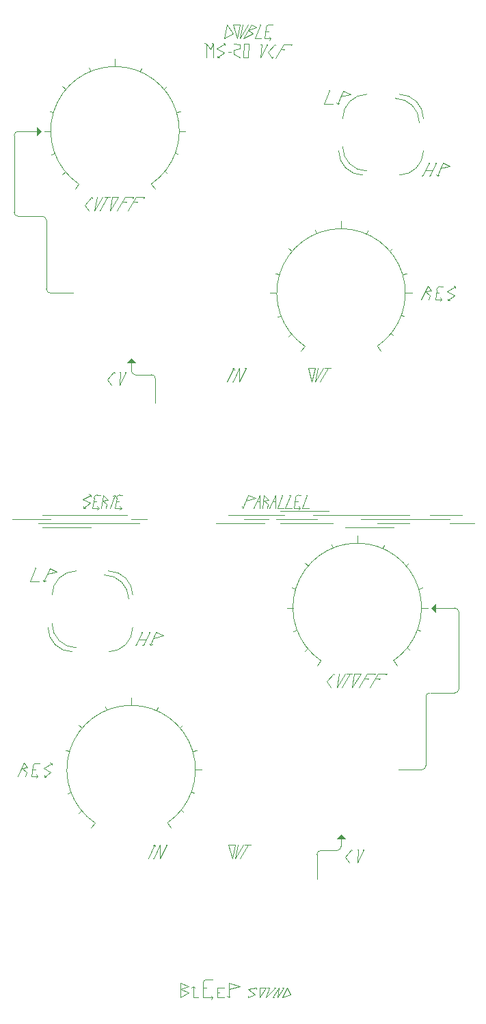
<source format=gto>
G04 #@! TF.GenerationSoftware,KiCad,Pcbnew,7.0.7-7.0.7~ubuntu22.04.1*
G04 #@! TF.CreationDate,2023-10-11T22:59:52+02:00*
G04 #@! TF.ProjectId,MS20-VCF,4d533230-2d56-4434-962e-6b696361645f,rev?*
G04 #@! TF.SameCoordinates,Original*
G04 #@! TF.FileFunction,Legend,Top*
G04 #@! TF.FilePolarity,Positive*
%FSLAX46Y46*%
G04 Gerber Fmt 4.6, Leading zero omitted, Abs format (unit mm)*
G04 Created by KiCad (PCBNEW 7.0.7-7.0.7~ubuntu22.04.1) date 2023-10-11 22:59:52*
%MOMM*%
%LPD*%
G01*
G04 APERTURE LIST*
%ADD10C,0.120000*%
%ADD11C,0.100000*%
%ADD12O,6.700000X4.200000*%
G04 APERTURE END LIST*
D10*
X183000000Y-91000000D02*
X193500000Y-91000000D01*
X189000000Y-92500000D02*
X183000000Y-92500000D01*
X182500000Y-92000000D02*
X195000000Y-92000000D01*
X179250000Y-91500000D02*
X184000000Y-91500000D01*
X219000000Y-92000000D02*
X212500000Y-92000000D01*
X213000000Y-91000000D02*
X206000000Y-91000000D01*
X210500000Y-92000000D02*
X204500000Y-92000000D01*
X216500000Y-91000000D02*
X228500000Y-91000000D01*
X201100000Y-149300000D02*
X200100000Y-148900000D01*
X205900000Y-150500000D02*
X206100000Y-150700000D01*
X210700000Y-149500000D02*
X209900000Y-149500000D01*
X213300000Y-149500000D02*
X213700000Y-150300000D01*
X229700000Y-42400000D02*
G75*
G03*
X226700000Y-39400000I-3000000J0D01*
G01*
X220200000Y-45400000D02*
G75*
G03*
X223200000Y-48400000I3000000J0D01*
G01*
X227200000Y-48900000D02*
G75*
G03*
X230200000Y-45900000I0J3000000D01*
G01*
X219700000Y-45900000D02*
G75*
G03*
X222700000Y-48900000I3000000J0D01*
G01*
X223200000Y-38900000D02*
G75*
G03*
X220200000Y-41900000I0J-3000000D01*
G01*
X230200000Y-41900000D02*
G75*
G03*
X227200000Y-38900000I-3000000J0D01*
G01*
X234600000Y-103000000D02*
G75*
G03*
X234100000Y-102500000I-500000J0D01*
G01*
X230000000Y-122500000D02*
X227153553Y-122500000D01*
X194200000Y-100900000D02*
G75*
G03*
X191200000Y-97900000I-3000000J0D01*
G01*
X187200000Y-97900000D02*
G75*
G03*
X184200000Y-100900000I0J-3000000D01*
G01*
X183700000Y-104900000D02*
G75*
G03*
X186700000Y-107900000I3000000J0D01*
G01*
X191200000Y-107900000D02*
G75*
G03*
X194200000Y-104900000I0J3000000D01*
G01*
X184200000Y-104400000D02*
G75*
G03*
X187200000Y-107400000I3000000J0D01*
G01*
X193700000Y-101400000D02*
G75*
G03*
X190700000Y-98400000I-3000000J0D01*
G01*
X230500000Y-113500000D02*
X230500000Y-122000000D01*
X231000000Y-113000000D02*
G75*
G03*
X230500000Y-113500000I0J-500000D01*
G01*
X231700000Y-102500000D02*
X234113389Y-102500000D01*
X230000000Y-122500000D02*
G75*
G03*
X230500000Y-122000000I0J500000D01*
G01*
D11*
X231700000Y-103000000D02*
X231200000Y-102500000D01*
X231700000Y-102000000D01*
X231700000Y-103000000D01*
G36*
X231700000Y-103000000D02*
G01*
X231200000Y-102500000D01*
X231700000Y-102000000D01*
X231700000Y-103000000D01*
G37*
D10*
X234600000Y-103000000D02*
X234600000Y-112500000D01*
X221625000Y-110650000D02*
X222425000Y-110650000D01*
X206700000Y-72800000D02*
X206500000Y-72900000D01*
X210850000Y-32750000D02*
X210050000Y-34350000D01*
X230450000Y-48300000D02*
X231300000Y-48300000D01*
X206700000Y-33450000D02*
X206700000Y-33950000D01*
X233250000Y-64400000D02*
X233250000Y-64200000D01*
X232600000Y-47400000D02*
X233500000Y-47800000D01*
X209900000Y-89300000D02*
X209600000Y-89300000D01*
X219075000Y-110650000D02*
X219175000Y-110750000D01*
X234150000Y-62700000D02*
X233150000Y-63300000D01*
X224587500Y-110650000D02*
X225637500Y-110650000D01*
X230100000Y-49000000D02*
X230000000Y-49000000D01*
X196800000Y-133500000D02*
X196700000Y-133500000D01*
X206100000Y-150700000D02*
X206100000Y-150500000D01*
X226390000Y-57972083D02*
X226040000Y-58292083D01*
X232450000Y-64300000D02*
X232250000Y-64500000D01*
X211450000Y-34400000D02*
X211550000Y-34250000D01*
X194000000Y-73100000D02*
G75*
G03*
X194500000Y-73600000I500000J0D01*
G01*
X207500000Y-149300000D02*
X206100000Y-149700000D01*
X182200000Y-97500000D02*
X182100000Y-97500000D01*
X214350000Y-89300000D02*
X214650000Y-89300000D01*
X236500000Y-92000000D02*
X233500000Y-92000000D01*
X217100000Y-72800000D02*
X216800000Y-74500000D01*
X202100000Y-120072083D02*
X201640000Y-120212083D01*
X191625000Y-51650000D02*
X192425000Y-51650000D01*
X205600000Y-32650000D02*
X205600000Y-32850000D01*
X203300000Y-32650000D02*
X203300000Y-34350000D01*
X183000000Y-54000000D02*
X180000000Y-54000000D01*
X211850000Y-88500000D02*
X211850000Y-90100000D01*
X196499999Y-49999999D02*
G75*
G03*
X187500001Y-49999999I-4499999J6572082D01*
G01*
X210700000Y-30700000D02*
X210500000Y-32000000D01*
X204700000Y-34350000D02*
X204900000Y-34350000D01*
D11*
X220500000Y-131000000D02*
X219500000Y-131000000D01*
X220000000Y-130500000D01*
X220500000Y-131000000D01*
G36*
X220500000Y-131000000D02*
G01*
X219500000Y-131000000D01*
X220000000Y-130500000D01*
X220500000Y-131000000D01*
G37*
D10*
X229800000Y-105300000D02*
X229490000Y-105190000D01*
X182300000Y-43500000D02*
X180000000Y-43500000D01*
X199800000Y-46300000D02*
X199490000Y-46190000D01*
X190450000Y-89250000D02*
X191000000Y-89600000D01*
X233150000Y-63300000D02*
X234050000Y-63800000D01*
X188725000Y-53350000D02*
X188825000Y-53250000D01*
X224175000Y-110750000D02*
X224275000Y-110650000D01*
X222425000Y-110650000D02*
X221375000Y-112350000D01*
X215900000Y-72800000D02*
X216800000Y-72800000D01*
X218500000Y-90500000D02*
X212500000Y-90500000D01*
X207100000Y-32000000D02*
X206600000Y-30300000D01*
X189400000Y-89300000D02*
X189700000Y-89300000D01*
X180750000Y-121600000D02*
X179950000Y-123300000D01*
X184150000Y-121700000D02*
X183950000Y-121600000D01*
X223300000Y-55772083D02*
X223140000Y-56152083D01*
X212300000Y-149500000D02*
X211500000Y-150700000D01*
X226500000Y-92500000D02*
X220500000Y-92500000D01*
X203300000Y-148500000D02*
X204100000Y-148500000D01*
X207800000Y-90100000D02*
X207700000Y-89900000D01*
X208100000Y-131800000D02*
X208800000Y-131800000D01*
X184000000Y-63500000D02*
X186846447Y-63500000D01*
X188225000Y-52600000D02*
X188725000Y-53350000D01*
X212900000Y-149500000D02*
X212700000Y-149500000D01*
X206700000Y-33950000D02*
X207500000Y-34350000D01*
X207500000Y-30300000D02*
X207100000Y-32000000D01*
X222100000Y-132400000D02*
X222000000Y-134000000D01*
X204700000Y-34350000D02*
X204700000Y-34150000D01*
X196000000Y-91500000D02*
X194000000Y-91500000D01*
X226430000Y-68712083D02*
X226190000Y-68512083D01*
X191850000Y-73300000D02*
X191050000Y-74200000D01*
X226499999Y-108999999D02*
G75*
G03*
X217500001Y-108999999I-4499999J6572082D01*
G01*
X183200000Y-99200000D02*
X183100000Y-99000000D01*
X219475000Y-112350000D02*
X220475000Y-110650000D01*
X230900000Y-47400000D02*
X230800000Y-47400000D01*
X222900000Y-111200000D02*
X223425000Y-111200000D01*
X191950000Y-88500000D02*
X191750000Y-88600000D01*
X231050000Y-63800000D02*
X230850000Y-64300000D01*
X193325000Y-52300000D02*
X193425000Y-52200000D01*
X223225000Y-110650000D02*
X224275000Y-110650000D01*
X212100000Y-150700000D02*
X212900000Y-149500000D01*
X195500000Y-107100000D02*
X195400000Y-107100000D01*
X201700000Y-150700000D02*
X202300000Y-150700000D01*
X193225000Y-51650000D02*
X192225000Y-53350000D01*
X189200000Y-90100000D02*
X189900000Y-90100000D01*
X196300000Y-105500000D02*
X196200000Y-105500000D01*
X225300000Y-94700000D02*
X225140000Y-95080000D01*
X232450000Y-64300000D02*
X232250000Y-64100000D01*
X216400000Y-74500000D02*
X215900000Y-72800000D01*
X214750000Y-88500000D02*
G75*
G03*
X214350000Y-88900000I0J-400000D01*
G01*
X182450000Y-123300000D02*
X182250000Y-123500000D01*
X207200000Y-131800000D02*
X206900000Y-133500000D01*
X189000000Y-88500000D02*
X188000000Y-89000000D01*
X189500000Y-129072083D02*
X189040000Y-129662083D01*
X221300000Y-132400000D02*
X221400000Y-132500000D01*
X204200000Y-32650000D02*
X204000000Y-32550000D01*
X218550000Y-38400000D02*
X217850000Y-40100000D01*
X204700000Y-149500000D02*
X205500000Y-149500000D01*
X206700000Y-32650000D02*
X207500000Y-32750000D01*
X197600000Y-133500000D02*
X198400000Y-131800000D01*
X213500000Y-57972083D02*
X213910000Y-58322083D01*
X213300000Y-149500000D02*
X212700000Y-150700000D01*
X198499999Y-129072082D02*
G75*
G03*
X189500001Y-129072082I-4499999J6572082D01*
G01*
X206600000Y-74500000D02*
X206500000Y-74500000D01*
X188100000Y-90100000D02*
X188300000Y-90100000D01*
X189775000Y-51650000D02*
X189475000Y-53350000D01*
X211050000Y-89100000D02*
X210400000Y-89250000D01*
X191375000Y-53350000D02*
X191625000Y-51650000D01*
X228100000Y-61072083D02*
X227640000Y-61212083D01*
X213290000Y-102500000D02*
X214061612Y-102500000D01*
X187500000Y-127872083D02*
X187850000Y-127582083D01*
X210000000Y-30300000D02*
X209900000Y-30300000D01*
X234050000Y-63800000D02*
X233250000Y-64400000D01*
X217500000Y-132500000D02*
G75*
G03*
X217000000Y-133000000I0J-500000D01*
G01*
X198000000Y-105900000D02*
X196800000Y-106200000D01*
X200390000Y-116972083D02*
X200040000Y-117292083D01*
X231150000Y-63200000D02*
X230450000Y-63300000D01*
X189000000Y-88500000D02*
X188800000Y-88400000D01*
X191550000Y-74900000D02*
X191650000Y-74800000D01*
X192650000Y-73300000D02*
X192550000Y-74900000D01*
X192800000Y-90100000D02*
X192600000Y-89900000D01*
X217000000Y-136000000D02*
X217000000Y-133000000D01*
X234150000Y-62700000D02*
X234150000Y-62900000D01*
X201700000Y-149300000D02*
X201700000Y-150700000D01*
X181850000Y-122100000D02*
X181650000Y-123300000D01*
X215500000Y-107800000D02*
X215850000Y-107510000D01*
X218000000Y-72800000D02*
X218700000Y-72800000D01*
X212000000Y-63500000D02*
X211228388Y-63500000D01*
X208500000Y-131800000D02*
X207500000Y-133500000D01*
X234100000Y-113000000D02*
X231100000Y-113000000D01*
X204200000Y-32650000D02*
X203800000Y-33350000D01*
X206900000Y-133500000D02*
X207900000Y-131800000D01*
X218725000Y-112350000D02*
X218825000Y-112250000D01*
X189000000Y-88500000D02*
X189000000Y-88700000D01*
X184150000Y-121700000D02*
X183150000Y-122300000D01*
X220000000Y-132000000D02*
X220000000Y-131000000D01*
X228430000Y-107640000D02*
X228190000Y-107440000D01*
X184100000Y-46400000D02*
X184540000Y-46240000D01*
X202900000Y-148900000D02*
X202900000Y-150700000D01*
X198390000Y-37900000D02*
X198040000Y-38220000D01*
X230750000Y-62600000D02*
X231150000Y-63200000D01*
X222500000Y-91500000D02*
X233500000Y-91500000D01*
X193225000Y-51650000D02*
X194275000Y-51650000D01*
X210700000Y-150700000D02*
X211900000Y-149500000D01*
X208500000Y-149700000D02*
X209300000Y-150300000D01*
X203800000Y-33350000D02*
X203300000Y-32650000D01*
X194000000Y-73100000D02*
X194000000Y-72100000D01*
X214950000Y-90100000D02*
X214750000Y-89900000D01*
X218225000Y-111600000D02*
X218725000Y-112350000D01*
X225537500Y-110750000D02*
X225637500Y-110650000D01*
X216800000Y-55672083D02*
X216990000Y-56122083D01*
X190000000Y-90100000D02*
X189800000Y-89900000D01*
X211500000Y-150700000D02*
X211700000Y-150700000D01*
X180450000Y-122300000D02*
X181050000Y-122800000D01*
X208000000Y-91500000D02*
X211000000Y-91500000D01*
X183900000Y-97600000D02*
X183200000Y-99200000D01*
X182250000Y-121700000D02*
G75*
G03*
X181850000Y-122100000I0J-400000D01*
G01*
X192200000Y-89300000D02*
X192500000Y-89300000D01*
X197000000Y-77100000D02*
X197000000Y-74100000D01*
X204200000Y-32650000D02*
X204200000Y-34350000D01*
X211900000Y-149500000D02*
X211700000Y-149500000D01*
X207400000Y-74500000D02*
X208200000Y-72800000D01*
X219500000Y-132500000D02*
X217500000Y-132500000D01*
X210000000Y-30300000D02*
X209300000Y-32000000D01*
X206100000Y-150700000D02*
X206300000Y-150500000D01*
X230750000Y-62600000D02*
X229950000Y-64300000D01*
X223225000Y-110650000D02*
X222225000Y-112350000D01*
X210700000Y-31100000D02*
X211000000Y-31100000D01*
X224499999Y-70072082D02*
G75*
G03*
X215500001Y-70072082I-4499999J6572082D01*
G01*
X207900000Y-32000000D02*
X209100000Y-31400000D01*
X230900000Y-47400000D02*
X230100000Y-49000000D01*
X187500000Y-50000000D02*
X187040000Y-50590000D01*
X208500000Y-31000000D02*
X209500000Y-30600000D01*
X198400000Y-131800000D02*
X198300000Y-131800000D01*
X211100000Y-30300000D02*
G75*
G03*
X210700000Y-30700000I0J-400000D01*
G01*
X198430000Y-48640000D02*
X198190000Y-48440000D01*
X190500000Y-88500000D02*
X190300000Y-90100000D01*
X231900000Y-49000000D02*
X231800000Y-48800000D01*
X189075000Y-51650000D02*
X189175000Y-51750000D01*
X206000000Y-131800000D02*
X206900000Y-131800000D01*
X212875000Y-33450000D02*
X212975000Y-33350000D01*
X209900000Y-88500000D02*
X209200000Y-90100000D01*
X214750000Y-88500000D02*
X215050000Y-88500000D01*
X183290000Y-43500000D02*
X184061612Y-43500000D01*
X195300000Y-35700000D02*
X195140000Y-36080000D01*
X207400000Y-72800000D02*
X207400000Y-74500000D01*
X183900000Y-41000000D02*
X184360000Y-41140000D01*
X183250000Y-123400000D02*
X183250000Y-123200000D01*
X200100000Y-41000000D02*
X199640000Y-41140000D01*
X201800000Y-125372083D02*
X201490000Y-125262083D01*
X210150000Y-32750000D02*
X210050000Y-32750000D01*
X192800000Y-90100000D02*
X192600000Y-90300000D01*
X201700000Y-149300000D02*
X201900000Y-149500000D01*
X200100000Y-148900000D02*
X200100000Y-150700000D01*
X200100000Y-150700000D02*
X201100000Y-150100000D01*
X210950000Y-33650000D02*
X211450000Y-34400000D01*
X179500000Y-53500000D02*
G75*
G03*
X180000000Y-54000000I500000J0D01*
G01*
X188100000Y-90100000D02*
X188100000Y-89900000D01*
X206600000Y-31400000D02*
X205900000Y-30300000D01*
X222000000Y-94461611D02*
X222000000Y-93500000D01*
X206700000Y-72800000D02*
X206800000Y-73000000D01*
X184050000Y-122800000D02*
X183250000Y-123400000D01*
X219775000Y-110650000D02*
X219475000Y-112350000D01*
X183500000Y-54500000D02*
G75*
G03*
X183000000Y-54000000I-500000J0D01*
G01*
X206500000Y-133500000D02*
X206000000Y-131800000D01*
X180000000Y-43500000D02*
G75*
G03*
X179500000Y-44000000I0J-500000D01*
G01*
X180750000Y-121600000D02*
X181150000Y-122200000D01*
X212850000Y-32750000D02*
X213900000Y-32750000D01*
X197100000Y-105500000D02*
X196400000Y-107100000D01*
X216800000Y-74500000D02*
X217800000Y-72800000D01*
X196900000Y-131800000D02*
X197000000Y-132000000D01*
X210850000Y-32750000D02*
X210750000Y-32750000D01*
X202000000Y-122500000D02*
X202771612Y-122500000D01*
X208500000Y-88500000D02*
X207800000Y-90100000D01*
X223325000Y-111300000D02*
X223425000Y-111200000D01*
X210150000Y-32750000D02*
X210050000Y-34350000D01*
X206900000Y-131800000D02*
X206500000Y-133500000D01*
X231800000Y-47400000D02*
X231700000Y-47400000D01*
X219500000Y-132500000D02*
G75*
G03*
X220000000Y-132000000I0J500000D01*
G01*
X203300000Y-148500000D02*
G75*
G03*
X202900000Y-148900000I0J-400000D01*
G01*
X191950000Y-88500000D02*
X192050000Y-88700000D01*
X182450000Y-123300000D02*
X182250000Y-123100000D01*
X204700000Y-150700000D02*
X205500000Y-150700000D01*
X231650000Y-64300000D02*
X232350000Y-64300000D01*
X207800000Y-30300000D02*
X207500000Y-32000000D01*
X219550000Y-40100000D02*
X219450000Y-39900000D01*
X208500000Y-150700000D02*
X208500000Y-150500000D01*
X190500000Y-88500000D02*
X191100000Y-89100000D01*
X221375000Y-112350000D02*
X221625000Y-110650000D01*
X183250000Y-123400000D02*
X183450000Y-123400000D01*
X215800000Y-88500000D02*
X215700000Y-88500000D01*
X210400000Y-89250000D02*
X210950000Y-89600000D01*
X208500000Y-88500000D02*
X209400000Y-88900000D01*
X213700000Y-88500000D02*
X213600000Y-88500000D01*
X194262500Y-52200000D02*
X194787500Y-52200000D01*
X211100000Y-149500000D02*
X210900000Y-149500000D01*
X194687500Y-52300000D02*
X194787500Y-52200000D01*
X213800000Y-32850000D02*
X213900000Y-32750000D01*
X189800000Y-88500000D02*
G75*
G03*
X189400000Y-88900000I0J-400000D01*
G01*
X204700000Y-149500000D02*
X204700000Y-150700000D01*
X212550000Y-33350000D02*
X212975000Y-33350000D01*
X202900000Y-150700000D02*
X204100000Y-150700000D01*
X231000000Y-49000000D02*
X230900000Y-49000000D01*
X197300000Y-114772083D02*
X197140000Y-115152083D01*
X211850000Y-88500000D02*
X211150000Y-90100000D01*
X186100000Y-125472083D02*
X186540000Y-125312083D01*
X233500000Y-47800000D02*
X232300000Y-48100000D01*
X209300000Y-150300000D02*
X208500000Y-150700000D01*
X191850000Y-73300000D02*
X191950000Y-73400000D01*
X221150000Y-38900000D02*
X219950000Y-39200000D01*
X201700000Y-149300000D02*
X201500000Y-149500000D01*
X209400000Y-88900000D02*
X208200000Y-89200000D01*
X217500000Y-109000000D02*
X217040000Y-109590000D01*
X191050000Y-74200000D02*
X191550000Y-74900000D01*
X191000000Y-89600000D02*
X190900000Y-90100000D01*
X235000000Y-91000000D02*
X231000000Y-91000000D01*
X218550000Y-38400000D02*
X218450000Y-38400000D01*
X226500000Y-109000000D02*
X226950000Y-109610000D01*
X190000000Y-90100000D02*
X189800000Y-90300000D01*
X206100000Y-148900000D02*
X206100000Y-150700000D01*
X221000000Y-134000000D02*
X221100000Y-133900000D01*
X189075000Y-51650000D02*
X188225000Y-52600000D01*
X181650000Y-123300000D02*
X182350000Y-123300000D01*
X189475000Y-53350000D02*
X190475000Y-51650000D01*
X222100000Y-132400000D02*
X222000000Y-132400000D01*
X230100000Y-100000000D02*
X229640000Y-100140000D01*
X209500000Y-30600000D02*
X208900000Y-30300000D01*
X218800000Y-94600000D02*
X218990000Y-95050000D01*
X212700000Y-88500000D02*
X212100000Y-90100000D01*
X189400000Y-88900000D02*
X189200000Y-90100000D01*
X187500000Y-116972083D02*
X187910000Y-117322083D01*
X211300000Y-32000000D02*
X211100000Y-32200000D01*
X220500000Y-133300000D02*
X221000000Y-134000000D01*
X181850000Y-122500000D02*
X182150000Y-122500000D01*
X208600000Y-32650000D02*
X208500000Y-34350000D01*
X204700000Y-150100000D02*
X204900000Y-150100000D01*
X209900000Y-149500000D02*
X209900000Y-150700000D01*
X205500000Y-33750000D02*
X204700000Y-34350000D01*
X234150000Y-62700000D02*
X233950000Y-62600000D01*
X208000000Y-90000000D02*
X207800000Y-90100000D01*
X193350000Y-73300000D02*
X193250000Y-73300000D01*
X181050000Y-122800000D02*
X180850000Y-123300000D01*
X196500000Y-50000000D02*
X196950000Y-50610000D01*
X207500000Y-33250000D02*
X206700000Y-33450000D01*
X215500000Y-96900000D02*
X215910000Y-97250000D01*
X217850000Y-40100000D02*
X218950000Y-40100000D01*
X228000000Y-63500000D02*
X228771612Y-63500000D01*
X194600000Y-107100000D02*
X194500000Y-107100000D01*
D11*
X182800000Y-43500000D02*
X182300000Y-44000000D01*
X182300000Y-43000000D01*
X182800000Y-43500000D01*
G36*
X182800000Y-43500000D02*
G01*
X182300000Y-44000000D01*
X182300000Y-43000000D01*
X182800000Y-43500000D01*
G37*
D10*
X206100000Y-148900000D02*
X207500000Y-149300000D01*
X231850000Y-63500000D02*
X232150000Y-63500000D01*
X181150000Y-122200000D02*
X180450000Y-122300000D01*
X192200000Y-88900000D02*
X192000000Y-90100000D01*
X205600000Y-32650000D02*
X204600000Y-33250000D01*
X213900000Y-100000000D02*
X214360000Y-100140000D01*
X185500000Y-37900000D02*
X185910000Y-38250000D01*
X192000000Y-90100000D02*
X192700000Y-90100000D01*
X191075000Y-51650000D02*
X190075000Y-53350000D01*
X195400000Y-105500000D02*
X194600000Y-107100000D01*
X216800000Y-72800000D02*
X216400000Y-74500000D01*
X199944194Y-43500000D02*
X200715806Y-43500000D01*
X188800000Y-35600000D02*
X188990000Y-36050000D01*
X207500000Y-32750000D02*
X207500000Y-33250000D01*
X211300000Y-32000000D02*
X211100000Y-31800000D01*
X190675000Y-51650000D02*
X191375000Y-51650000D01*
X232250000Y-62700000D02*
X232650000Y-62700000D01*
X215800000Y-88500000D02*
X215200000Y-90100000D01*
X206000000Y-33650000D02*
X206400000Y-33650000D01*
X229944194Y-102500000D02*
X230715806Y-102500000D01*
X209500000Y-149500000D02*
X208500000Y-149700000D01*
X206600000Y-30300000D02*
X207500000Y-30300000D01*
X195537500Y-51750000D02*
X195637500Y-51650000D01*
X191400000Y-90100000D02*
X191950000Y-88500000D01*
X192900000Y-52200000D02*
X193425000Y-52200000D01*
X233250000Y-64400000D02*
X233450000Y-64400000D01*
X231850000Y-63100000D02*
X231650000Y-64300000D01*
X190800000Y-114672083D02*
X190990000Y-115122083D01*
X192600000Y-88500000D02*
X192900000Y-88500000D01*
X206600000Y-74500000D02*
X207400000Y-72800000D01*
X196600000Y-107000000D02*
X196400000Y-107100000D01*
X209500000Y-149500000D02*
X209500000Y-149700000D01*
X210500000Y-32000000D02*
X211200000Y-32000000D01*
X191100000Y-89100000D02*
X190450000Y-89250000D01*
X192000000Y-35461611D02*
X192000000Y-34500000D01*
D11*
X194500000Y-72100000D02*
X193500000Y-72100000D01*
X194000000Y-71600000D01*
X194500000Y-72100000D01*
G36*
X194500000Y-72100000D02*
G01*
X193500000Y-72100000D01*
X194000000Y-71600000D01*
X194500000Y-72100000D01*
G37*
D10*
X208900000Y-30300000D02*
X207900000Y-32000000D01*
X209900000Y-88500000D02*
X209900000Y-90100000D01*
X211850000Y-89300000D02*
X211550000Y-89300000D01*
X212700000Y-88500000D02*
X212600000Y-88500000D01*
X209100000Y-31400000D02*
X208500000Y-31000000D01*
X197100000Y-105500000D02*
X198000000Y-105900000D01*
X208000000Y-32650000D02*
X208600000Y-32650000D01*
X211750000Y-32750000D02*
X211850000Y-32850000D01*
X224500000Y-70072083D02*
X224950000Y-70682083D01*
X204600000Y-33250000D02*
X205500000Y-33750000D01*
X189800000Y-88500000D02*
X190200000Y-88500000D01*
X184150000Y-121700000D02*
X184150000Y-121900000D01*
X219075000Y-110650000D02*
X218225000Y-111600000D01*
X195400000Y-105500000D02*
X195300000Y-105500000D01*
X184800000Y-98000000D02*
X183600000Y-98300000D01*
X211100000Y-30300000D02*
X211500000Y-30300000D01*
X182200000Y-97500000D02*
X181500000Y-99200000D01*
X227800000Y-66372083D02*
X227490000Y-66262083D01*
X207900000Y-34350000D02*
X208000000Y-32650000D01*
X179500000Y-44000000D02*
X179500000Y-53500000D01*
X212850000Y-32750000D02*
X211850000Y-34400000D01*
X218400000Y-72800000D02*
X217400000Y-74500000D01*
X214950000Y-90100000D02*
X214750000Y-90300000D01*
X196800000Y-133500000D02*
X197600000Y-131800000D01*
X212100000Y-90100000D02*
X212900000Y-90100000D01*
X205500000Y-32000000D02*
X206600000Y-31400000D01*
X220675000Y-110650000D02*
X221375000Y-110650000D01*
X210950000Y-89600000D02*
X210850000Y-90100000D01*
X211750000Y-32750000D02*
X210950000Y-33650000D01*
X209300000Y-32000000D02*
X210100000Y-32000000D01*
X183400000Y-99100000D02*
X183200000Y-99200000D01*
X185900000Y-120072083D02*
X186360000Y-120212083D01*
X221300000Y-132400000D02*
X220500000Y-133300000D01*
X211100000Y-149500000D02*
X210700000Y-150700000D01*
X198500000Y-129072083D02*
X198950000Y-129682083D01*
X232600000Y-47400000D02*
X231900000Y-49000000D01*
X185500000Y-48800000D02*
X185850000Y-48510000D01*
X221075000Y-110650000D02*
X220075000Y-112350000D01*
X215500000Y-70072083D02*
X215040000Y-70662083D01*
X214350000Y-88900000D02*
X214150000Y-90100000D01*
X224687500Y-111300000D02*
X224787500Y-111200000D01*
X220000000Y-55533694D02*
X220000000Y-54572083D01*
X183900000Y-97600000D02*
X184800000Y-98000000D01*
X204100000Y-150700000D02*
X203900000Y-150500000D01*
X222800000Y-132400000D02*
X222700000Y-132400000D01*
X224587500Y-110650000D02*
X223587500Y-112350000D01*
X205600000Y-32650000D02*
X205400000Y-32550000D01*
X181500000Y-99200000D02*
X182600000Y-99200000D01*
X197600000Y-131800000D02*
X197600000Y-133500000D01*
X201100000Y-150100000D02*
X200100000Y-149700000D01*
X214100000Y-105400000D02*
X214540000Y-105240000D01*
X192600000Y-88500000D02*
G75*
G03*
X192200000Y-88900000I0J-400000D01*
G01*
X193350000Y-73300000D02*
X192550000Y-74900000D01*
X219750000Y-40000000D02*
X219550000Y-40100000D01*
X232100000Y-48900000D02*
X231900000Y-49000000D01*
X204100000Y-150700000D02*
X203900000Y-150900000D01*
X207500000Y-32000000D02*
X208500000Y-30300000D01*
X220250000Y-38500000D02*
X221150000Y-38900000D01*
X213500000Y-68872083D02*
X213850000Y-68582083D01*
X203300000Y-32650000D02*
X203100000Y-32550000D01*
X196900000Y-131800000D02*
X196700000Y-131900000D01*
X210450000Y-88500000D02*
X211050000Y-89100000D01*
X214150000Y-90100000D02*
X214850000Y-90100000D01*
X231800000Y-47400000D02*
X231000000Y-49000000D01*
X202900000Y-149500000D02*
X203300000Y-149500000D01*
X212700000Y-150700000D02*
X213700000Y-150300000D01*
X196100000Y-133500000D02*
X196900000Y-131800000D01*
X194587500Y-51650000D02*
X195637500Y-51650000D01*
X224262500Y-111200000D02*
X224787500Y-111200000D01*
X183500000Y-54500000D02*
X183500000Y-63000000D01*
X213700000Y-88500000D02*
X213100000Y-90100000D01*
X205900000Y-30300000D02*
X205500000Y-32000000D01*
X222800000Y-132400000D02*
X222000000Y-134000000D01*
X208500000Y-34350000D02*
X207900000Y-34350000D01*
X197000000Y-74100000D02*
G75*
G03*
X196500000Y-73600000I-500000J0D01*
G01*
X210450000Y-88500000D02*
X210250000Y-90100000D01*
X196600000Y-73600000D02*
X194500000Y-73600000D01*
X212000000Y-91500000D02*
X217000000Y-91500000D01*
X213100000Y-90100000D02*
X213900000Y-90100000D01*
X230450000Y-63300000D02*
X231050000Y-63800000D01*
X232250000Y-62700000D02*
G75*
G03*
X231850000Y-63100000I0J-400000D01*
G01*
X212300000Y-149500000D02*
X212100000Y-150700000D01*
X215200000Y-90100000D02*
X216000000Y-90100000D01*
X194175000Y-51750000D02*
X194275000Y-51650000D01*
X194950000Y-106400000D02*
X195800000Y-106400000D01*
X196400000Y-107100000D02*
X196300000Y-106900000D01*
X194000000Y-114533694D02*
X194000000Y-113572083D01*
X228500000Y-92000000D02*
X224500000Y-92000000D01*
X188900000Y-89500000D02*
X188100000Y-90100000D01*
X183500000Y-63000000D02*
G75*
G03*
X184000000Y-63500000I500000J0D01*
G01*
X211900000Y-61072083D02*
X212360000Y-61212083D01*
X183150000Y-122300000D02*
X184050000Y-122800000D01*
X200430000Y-127712083D02*
X200190000Y-127512083D01*
X200100000Y-149700000D02*
X201100000Y-149300000D01*
X188000000Y-89000000D02*
X188900000Y-89500000D01*
X220250000Y-38500000D02*
X219550000Y-40100000D01*
X205900000Y-74500000D02*
X206700000Y-72800000D01*
X208200000Y-72800000D02*
X208100000Y-72800000D01*
X228390000Y-96900000D02*
X228040000Y-97220000D01*
X192425000Y-51650000D02*
X191375000Y-53350000D01*
X209900000Y-150700000D02*
X210700000Y-149500000D01*
X192650000Y-73300000D02*
X192550000Y-73300000D01*
X234100000Y-113000000D02*
G75*
G03*
X234600000Y-112500000I0J500000D01*
G01*
X194587500Y-51650000D02*
X193587500Y-53350000D01*
X182250000Y-121700000D02*
X182650000Y-121700000D01*
X212100000Y-66472083D02*
X212540000Y-66312083D01*
X196300000Y-105500000D02*
X195500000Y-107100000D01*
%LPC*%
D11*
X231500000Y-89000000D02*
X226500000Y-89000000D01*
X226500000Y-84000000D01*
X231500000Y-84000000D01*
X231500000Y-89000000D01*
G36*
X231500000Y-89000000D02*
G01*
X226500000Y-89000000D01*
X226500000Y-84000000D01*
X231500000Y-84000000D01*
X231500000Y-89000000D01*
G37*
D12*
X186000000Y-30000000D03*
X228000000Y-30000000D03*
X228000000Y-152500000D03*
X186000000Y-152500000D03*
%LPD*%
M02*

</source>
